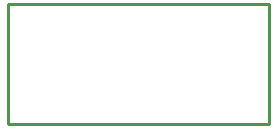
<source format=gko>
G04 ---------------------------- Layer name :KeepOutLayer*
G04 EasyEDA v5.8.22, Mon, 21 Jan 2019 15:39:03 GMT*
G04 4b6db297a765461eafb414891a714d4d*
G04 Gerber Generator version 0.2*
G04 Scale: 100 percent, Rotated: No, Reflected: No *
G04 Dimensions in inches *
G04 leading zeros omitted , absolute positions ,2 integer and 4 decimal *
%FSLAX24Y24*%
%MOIN*%
G90*
G70D02*

%ADD10C,0.010000*%
G54D10*
G01X8660Y4000D02*
G01X0Y4000D01*
G01X8700Y63D02*
G01X8700Y4000D01*
G01X0Y4000D02*
G01X0Y0D01*
G01X8700Y0D01*

%LPD*%
M00*
M02*

</source>
